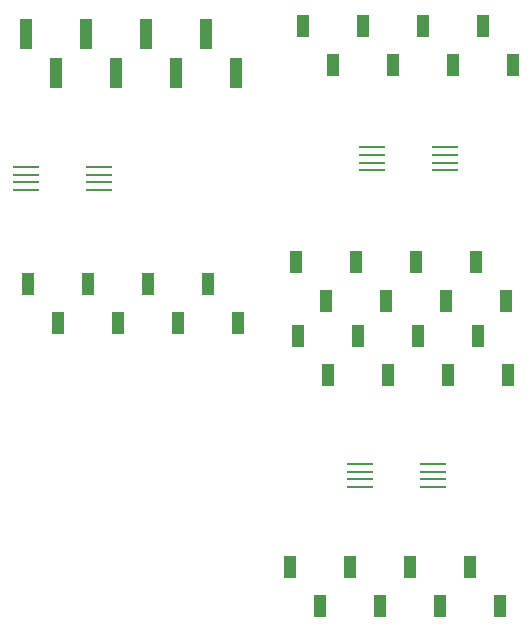
<source format=gbr>
%TF.GenerationSoftware,KiCad,Pcbnew,(5.1.10)-1*%
%TF.CreationDate,2022-11-26T15:59:39-06:00*%
%TF.ProjectId,perovskite_contact_board,7065726f-7673-46b6-9974-655f636f6e74,A*%
%TF.SameCoordinates,Original*%
%TF.FileFunction,Soldermask,Bot*%
%TF.FilePolarity,Negative*%
%FSLAX46Y46*%
G04 Gerber Fmt 4.6, Leading zero omitted, Abs format (unit mm)*
G04 Created by KiCad (PCBNEW (5.1.10)-1) date 2022-11-26 15:59:39*
%MOMM*%
%LPD*%
G01*
G04 APERTURE LIST*
%ADD10R,1.000000X1.900000*%
%ADD11R,1.000000X2.510000*%
%ADD12R,2.200000X0.220000*%
G04 APERTURE END LIST*
D10*
%TO.C,J5*%
X170180000Y-139622500D03*
X165100000Y-139622500D03*
X160020000Y-139622500D03*
X154940000Y-139622500D03*
X167640000Y-136322500D03*
X162560000Y-136322500D03*
X157480000Y-136322500D03*
X152400000Y-136322500D03*
%TD*%
D11*
%TO.C,J2*%
X130048000Y-91245500D03*
X135128000Y-91245500D03*
X140208000Y-91245500D03*
X145288000Y-91245500D03*
X132588000Y-94555500D03*
X137668000Y-94555500D03*
X142748000Y-94555500D03*
X147828000Y-94555500D03*
%TD*%
D10*
%TO.C,J6*%
X153040000Y-116822500D03*
X158120000Y-116822500D03*
X163200000Y-116822500D03*
X168280000Y-116822500D03*
X155580000Y-120122500D03*
X160660000Y-120122500D03*
X165740000Y-120122500D03*
X170820000Y-120122500D03*
%TD*%
%TO.C,J4*%
X152920000Y-110522500D03*
X158000000Y-110522500D03*
X163080000Y-110522500D03*
X168160000Y-110522500D03*
X155460000Y-113822500D03*
X160540000Y-113822500D03*
X165620000Y-113822500D03*
X170700000Y-113822500D03*
%TD*%
%TO.C,J3*%
X171240000Y-93872500D03*
X166160000Y-93872500D03*
X161080000Y-93872500D03*
X156000000Y-93872500D03*
X168700000Y-90572500D03*
X163620000Y-90572500D03*
X158540000Y-90572500D03*
X153460000Y-90572500D03*
%TD*%
%TO.C,J1*%
X130210000Y-112422500D03*
X135290000Y-112422500D03*
X140370000Y-112422500D03*
X145450000Y-112422500D03*
X132750000Y-115722500D03*
X137830000Y-115722500D03*
X142910000Y-115722500D03*
X147990000Y-115722500D03*
%TD*%
D12*
%TO.C,U4*%
X136196000Y-104416500D03*
X129996000Y-104416500D03*
X136196000Y-103766500D03*
X129996000Y-103766500D03*
X136196000Y-103116500D03*
X129996000Y-103116500D03*
X136196000Y-102466500D03*
X129996000Y-102466500D03*
%TD*%
%TO.C,U5*%
X165533000Y-102765500D03*
X159333000Y-102765500D03*
X165533000Y-102115500D03*
X159333000Y-102115500D03*
X165533000Y-101465500D03*
X159333000Y-101465500D03*
X165533000Y-100815500D03*
X159333000Y-100815500D03*
%TD*%
%TO.C,U6*%
X158317000Y-127612500D03*
X164517000Y-127612500D03*
X158317000Y-128262500D03*
X164517000Y-128262500D03*
X158317000Y-128912500D03*
X164517000Y-128912500D03*
X158317000Y-129562500D03*
X164517000Y-129562500D03*
%TD*%
M02*

</source>
